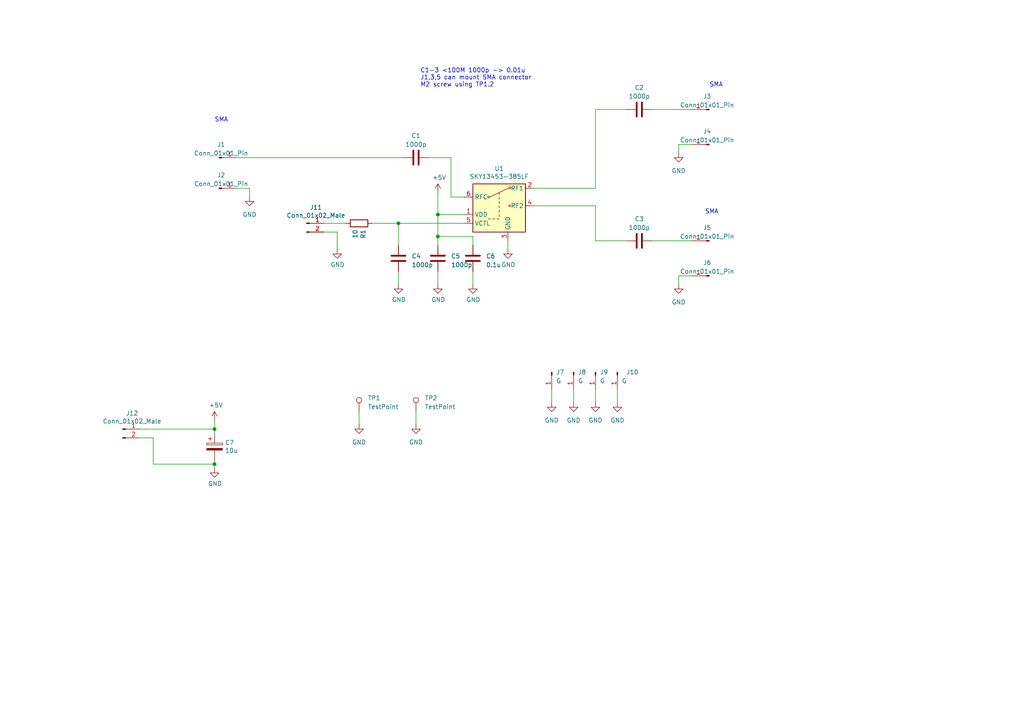
<source format=kicad_sch>
(kicad_sch (version 20230121) (generator eeschema)
  (paper "A4")
  (title_block (title "RF SW SKY13453-385LF") (company "JK1MLY"))
  (lib_symbols
    (symbol "Connector:Conn_01x01_Pin" (pin_names (offset 1.016) hide)
      (property "Reference" "J" (at 0 2.54 0))
      (property "Value" "Conn_01x01_Pin" (at 0 -2.54 0))
      (symbol "Conn_01x01_Pin_1_1"
        (polyline (pts (xy 1.27 0) (xy 0.8636 0)) (stroke (width 0.1524)))
        (rectangle (start 0.8636 0.127) (end 0 -0.127) (stroke (width 0.1524)) (fill (type outline)))
        (pin passive line (at 5.08 0 180) (length 3.81) (name "Pin_1") (number "1"))
      )
    )
    (symbol "Connector:Conn_01x02_Male" (pin_names (offset 1.016) hide)
      (property "Reference" "J" (at 0 2.54 0))
      (property "Value" "Conn_01x02_Male" (at 0 -5.08 0))
      (symbol "Conn_01x02_Male_1_1"
        (polyline (pts (xy 1.27 -2.54) (xy 0.8636 -2.54)) (stroke (width 0.1524)))
        (polyline (pts (xy 1.27 0) (xy 0.8636 0)) (stroke (width 0.1524)))
        (rectangle (start 0.8636 -2.413) (end 0 -2.667) (stroke (width 0.1524)) (fill (type outline)))
        (rectangle (start 0.8636 0.127) (end 0 -0.127) (stroke (width 0.1524)) (fill (type outline)))
        (pin passive line (at 5.08 0 180) (length 3.81) (name "Pin_1") (number "1"))
        (pin passive line (at 5.08 -2.54 180) (length 3.81) (name "Pin_2") (number "2"))
      )
    )
    (symbol "Connector:TestPoint" (pin_numbers hide) (pin_names (offset 0.762) hide)
      (property "Reference" "TP" (at 0 6.858 0))
      (property "Value" "TestPoint" (at 0 5.08 0))
      (symbol "TestPoint_0_1"
        (circle (center 0 3.302) (radius 0.762))
      )
      (symbol "TestPoint_1_1"
        (pin passive line (at 0 0 90) (length 2.54) (name "1") (number "1"))
      )
    )
    (symbol "Device:C" (pin_numbers hide) (pin_names (offset 0.254))
      (property "Reference" "C" (at 0.635 2.54 0))
      (property "Value" "C" (at 0.635 -2.54 0))
      (symbol "C_0_1"
        (polyline (pts (xy -2.032 -0.762) (xy 2.032 -0.762)) (stroke (width 0.508)))
        (polyline (pts (xy -2.032 0.762) (xy 2.032 0.762)) (stroke (width 0.508)))
      )
      (symbol "C_1_1"
        (pin passive line (at 0 3.81 270) (length 2.794) (name "~") (number "1"))
        (pin passive line (at 0 -3.81 90) (length 2.794) (name "~") (number "2"))
      )
    )
    (symbol "Device:CP" (pin_numbers hide) (pin_names (offset 0.254))
      (property "Reference" "C" (at 0.635 2.54 0))
      (property "Value" "Device_CP" (at 0.635 -2.54 0))
      (symbol "CP_0_1"
        (rectangle (start -2.286 0.508) (end 2.286 1.016))
        (polyline (pts (xy -1.778 2.286) (xy -0.762 2.286)))
        (polyline (pts (xy -1.27 2.794) (xy -1.27 1.778)))
        (rectangle (start 2.286 -0.508) (end -2.286 -1.016) (fill (type outline)))
      )
      (symbol "CP_1_1"
        (pin passive line (at 0 3.81 270) (length 2.794) (name "~") (number "1"))
        (pin passive line (at 0 -3.81 90) (length 2.794) (name "~") (number "2"))
      )
    )
    (symbol "Device:R" (pin_numbers hide) (pin_names (offset 0))
      (property "Reference" "R" (at 2.032 0 90))
      (property "Value" "R" (at 0 0 90))
      (symbol "R_0_1"
        (rectangle (start -1.016 -2.54) (end 1.016 2.54) (stroke (width 0.254)))
      )
      (symbol "R_1_1"
        (pin passive line (at 0 3.81 270) (length 1.27) (name "~") (number "1"))
        (pin passive line (at 0 -3.81 90) (length 1.27) (name "~") (number "2"))
      )
    )
    (symbol "GND_1" (power) (pin_names (offset 0))
      (property "Value" "GND_1" (at 0 -3.81 0))
      (symbol "GND_1_0_1"
        (polyline (pts (xy 0 0) (xy 0 -1.27) (xy 1.27 -1.27) (xy 0 -2.54) (xy -1.27 -1.27) (xy 0 -1.27)))
      )
      (symbol "GND_1_1_1"
        (pin power_in line (at 0 0 270) (length 0) hide (name "GND") (number "1"))
      )
    )
    (symbol "GND_10" (power) (pin_names (offset 0))
      (property "Value" "GND_10" (at 0 -3.81 0))
      (symbol "GND_10_0_1"
        (polyline (pts (xy 0 0) (xy 0 -1.27) (xy 1.27 -1.27) (xy 0 -2.54) (xy -1.27 -1.27) (xy 0 -1.27)))
      )
      (symbol "GND_10_1_1"
        (pin power_in line (at 0 0 270) (length 0) hide (name "GND") (number "1"))
      )
    )
    (symbol "GND_11" (power) (pin_names (offset 0))
      (property "Value" "GND_11" (at 0 -3.81 0))
      (symbol "GND_11_0_1"
        (polyline (pts (xy 0 0) (xy 0 -1.27) (xy 1.27 -1.27) (xy 0 -2.54) (xy -1.27 -1.27) (xy 0 -1.27)))
      )
      (symbol "GND_11_1_1"
        (pin power_in line (at 0 0 270) (length 0) hide (name "GND") (number "1"))
      )
    )
    (symbol "GND_12" (power) (pin_names (offset 0))
      (property "Value" "GND_12" (at 0 -3.81 0))
      (symbol "GND_12_0_1"
        (polyline (pts (xy 0 0) (xy 0 -1.27) (xy 1.27 -1.27) (xy 0 -2.54) (xy -1.27 -1.27) (xy 0 -1.27)))
      )
      (symbol "GND_12_1_1"
        (pin power_in line (at 0 0 270) (length 0) hide (name "GND") (number "1"))
      )
    )
    (symbol "GND_2" (power) (pin_names (offset 0))
      (property "Value" "GND_2" (at 0 -3.81 0))
      (symbol "GND_2_0_1"
        (polyline (pts (xy 0 0) (xy 0 -1.27) (xy 1.27 -1.27) (xy 0 -2.54) (xy -1.27 -1.27) (xy 0 -1.27)))
      )
      (symbol "GND_2_1_1"
        (pin power_in line (at 0 0 270) (length 0) hide (name "GND") (number "1"))
      )
    )
    (symbol "GND_3" (power) (pin_names (offset 0))
      (property "Value" "GND_3" (at 0 -3.81 0))
      (symbol "GND_3_0_1"
        (polyline (pts (xy 0 0) (xy 0 -1.27) (xy 1.27 -1.27) (xy 0 -2.54) (xy -1.27 -1.27) (xy 0 -1.27)))
      )
      (symbol "GND_3_1_1"
        (pin power_in line (at 0 0 270) (length 0) hide (name "GND") (number "1"))
      )
    )
    (symbol "GND_4" (power) (pin_names (offset 0))
      (property "Value" "GND_4" (at 0 -3.81 0))
      (symbol "GND_4_0_1"
        (polyline (pts (xy 0 0) (xy 0 -1.27) (xy 1.27 -1.27) (xy 0 -2.54) (xy -1.27 -1.27) (xy 0 -1.27)))
      )
      (symbol "GND_4_1_1"
        (pin power_in line (at 0 0 270) (length 0) hide (name "GND") (number "1"))
      )
    )
    (symbol "GND_8" (power) (pin_names (offset 0))
      (property "Value" "GND_8" (at 0 -3.81 0))
      (symbol "GND_8_0_1"
        (polyline (pts (xy 0 0) (xy 0 -1.27) (xy 1.27 -1.27) (xy 0 -2.54) (xy -1.27 -1.27) (xy 0 -1.27)))
      )
      (symbol "GND_8_1_1"
        (pin power_in line (at 0 0 270) (length 0) hide (name "GND") (number "1"))
      )
    )
    (symbol "RF_Switch:SKY13453-385LF"
      (property "Reference" "U" (at -7.62 7.62 0))
      (property "Value" "RF_Switch_SKY13453-385LF" (at 3.81 7.62 0))
      (symbol "SKY13453-385LF_0_1"
        (circle (center -3.048 2.54) (radius 0.2794))
        (polyline (pts (xy -3.175 -3.81) (xy -2.54 -3.81)))
        (polyline (pts (xy -2.794 2.54) (xy 2.921 5.207)))
        (polyline (pts (xy -1.905 -3.81) (xy -1.27 -3.81)))
        (polyline (pts (xy -0.635 -3.81) (xy 0 -3.81)))
        (polyline (pts (xy 0 -3.175) (xy 0 -2.54)))
        (polyline (pts (xy 0 -1.905) (xy 0 -1.27)))
        (polyline (pts (xy 0 -0.635) (xy 0 0)))
        (polyline (pts (xy 0 0.635) (xy 0 1.27)))
        (polyline (pts (xy 0 1.905) (xy 0 2.54)))
        (polyline (pts (xy 0 3.175) (xy 0 3.81)))
        (circle (center 3.048 0) (radius 0.2794))
        (circle (center 3.175 5.207) (radius 0.2794))
        (rectangle (start 7.62 -7.62) (end -7.62 6.35) (stroke (width 0.254)) (fill (type background)))
      )
      (symbol "SKY13453-385LF_1_1"
        (pin power_in line (at -10.16 -2.54 0) (length 2.54) (name "VDD") (number "1"))
        (pin passive line (at 10.16 5.08 180) (length 2.54) (name "RF1") (number "2"))
        (pin power_in line (at 2.54 -10.16 90) (length 2.54) (name "GND") (number "3"))
        (pin passive line (at 10.16 0 180) (length 2.54) (name "RF2") (number "4"))
        (pin input line (at -10.16 -5.08 0) (length 2.54) (name "VCTL") (number "5"))
        (pin passive line (at -10.16 2.54 0) (length 2.54) (name "RFC") (number "6"))
      )
    )
    (symbol "power:+5V" (power) (pin_names (offset 0))
      (property "Value" "+5V" (at 0 3.556 0))
      (symbol "+5V_0_1"
        (polyline (pts (xy -0.762 1.27) (xy 0 2.54)))
        (polyline (pts (xy 0 0) (xy 0 2.54)))
        (polyline (pts (xy 0 2.54) (xy 0.762 1.27)))
      )
      (symbol "+5V_1_1"
        (pin power_in line (at 0 0 90) (length 0) hide (name "+5V") (number "1"))
      )
    )
    (symbol "power:GND" (power) (pin_names (offset 0))
      (property "Value" "GND" (at 0 -3.81 0))
      (symbol "GND_0_1"
        (polyline (pts (xy 0 0) (xy 0 -1.27) (xy 1.27 -1.27) (xy 0 -2.54) (xy -1.27 -1.27) (xy 0 -1.27)))
      )
      (symbol "GND_1_1"
        (pin power_in line (at 0 0 270) (length 0) hide (name "GND") (number "1"))
      )
    )
  )
  (junction (at 127 68.58))
  (junction (at 62.23 124.46))
  (junction (at 127 62.23))
  (junction (at 62.23 134.62))
  (junction (at 115.57 64.77))
  (wire (pts (xy 127 78.74) (xy 127 82.55)))
  (wire (pts (xy 93.98 67.31) (xy 97.79 67.31)))
  (wire (pts (xy 62.23 133.35) (xy 62.23 134.62)))
  (wire (pts (xy 196.85 41.91) (xy 200.66 41.91)))
  (wire (pts (xy 160.02 113.03) (xy 160.02 116.84)))
  (wire (pts (xy 68.58 45.72) (xy 116.84 45.72)))
  (wire (pts (xy 115.57 78.74) (xy 115.57 82.55)))
  (wire (pts (xy 130.81 45.72) (xy 124.46 45.72)))
  (wire (pts (xy 93.98 64.77) (xy 100.33 64.77)))
  (wire (pts (xy 154.94 59.69) (xy 172.72 59.69)))
  (wire (pts (xy 104.14 119.38) (xy 104.14 123.19)))
  (wire (pts (xy 137.16 68.58) (xy 127 68.58)))
  (wire (pts (xy 127 62.23) (xy 134.62 62.23)))
  (wire (pts (xy 62.23 121.92) (xy 62.23 124.46)))
  (wire (pts (xy 97.79 67.31) (xy 97.79 72.39)))
  (wire (pts (xy 120.65 119.38) (xy 120.65 123.19)))
  (wire (pts (xy 137.16 78.74) (xy 137.16 82.55)))
  (wire (pts (xy 62.23 134.62) (xy 62.23 135.89)))
  (wire (pts (xy 40.64 124.46) (xy 62.23 124.46)))
  (wire (pts (xy 196.85 82.55) (xy 196.85 80.01)))
  (wire (pts (xy 166.37 113.03) (xy 166.37 116.84)))
  (wire (pts (xy 62.23 124.46) (xy 62.23 125.73)))
  (wire (pts (xy 40.64 127) (xy 44.45 127)))
  (wire (pts (xy 189.23 69.85) (xy 200.66 69.85)))
  (wire (pts (xy 44.45 134.62) (xy 62.23 134.62)))
  (wire (pts (xy 196.85 80.01) (xy 200.66 80.01)))
  (wire (pts (xy 127 68.58) (xy 127 71.12)))
  (wire (pts (xy 172.72 31.75) (xy 181.61 31.75)))
  (wire (pts (xy 130.81 45.72) (xy 130.81 57.15)))
  (wire (pts (xy 127 62.23) (xy 127 68.58)))
  (wire (pts (xy 179.07 113.03) (xy 179.07 116.84)))
  (wire (pts (xy 172.72 69.85) (xy 181.61 69.85)))
  (wire (pts (xy 130.81 57.15) (xy 134.62 57.15)))
  (wire (pts (xy 134.62 64.77) (xy 115.57 64.77)))
  (wire (pts (xy 107.95 64.77) (xy 115.57 64.77)))
  (wire (pts (xy 172.72 113.03) (xy 172.72 116.84)))
  (wire (pts (xy 196.85 44.45) (xy 196.85 41.91)))
  (wire (pts (xy 137.16 71.12) (xy 137.16 68.58)))
  (wire (pts (xy 147.32 69.85) (xy 147.32 72.39)))
  (wire (pts (xy 72.39 54.61) (xy 68.58 54.61)))
  (wire (pts (xy 127 55.88) (xy 127 62.23)))
  (wire (pts (xy 115.57 71.12) (xy 115.57 64.77)))
  (wire (pts (xy 189.23 31.75) (xy 200.66 31.75)))
  (wire (pts (xy 154.94 54.61) (xy 172.72 54.61)))
  (wire (pts (xy 172.72 59.69) (xy 172.72 69.85)))
  (wire (pts (xy 172.72 54.61) (xy 172.72 31.75)))
  (wire (pts (xy 44.45 127) (xy 44.45 134.62)))
  (wire (pts (xy 72.39 57.15) (xy 72.39 54.61)))
  (text "SMA" (at 62.23 35.56 0) (effects (font (size 1.27 1.27)) (justify left bottom)))
  (text "C1-3 <100M 1000p -> 0.01u\nJ1,3,5 can mount SMA connector\nM2 screw using TP1,2\n" (at 121.92 25.4 0) (effects (font (size 1.27 1.27)) (justify left bottom)))
  (text "SMA" (at 205.74 25.4 0) (effects (font (size 1.27 1.27)) (justify left bottom)))
  (text "SMA" (at 204.47 62.23 0) (effects (font (size 1.27 1.27)) (justify left bottom)))
  (symbol (lib_id "RF_Switch:SKY13453-385LF") (at 144.78 59.69 0) (unit 1)
    (property "Reference" "U1" (at 144.78 48.895 0))
    (property "Value" "SKY13453-385LF" (at 144.78 51.2064 0))
    (property "Footprint" "UserLib:QFN6_1x1mm" (effects hide))
    (property "Datasheet" "I-16726" (effects hide))
  )
  (symbol (lib_id "power:GND") (at 147.32 72.39 0) (unit 1)
    (property "Reference" "#PWR016" (effects hide))
    (property "Value" "GND" (at 147.447 76.7842 0))
  )
  (symbol (lib_id "power:GND") (at 137.16 82.55 0) (unit 1)
    (property "Reference" "#PWR0104" (effects hide))
    (property "Value" "GND" (at 137.287 86.9442 0))
  )
  (symbol (lib_id "Device:R") (at 104.14 64.77 270) (unit 1)
    (property "Reference" "R1" (at 105.3084 66.548 0) (effects (justify left)))
    (property "Value" "10" (at 102.997 66.548 0) (effects (justify left)))
    (property "Footprint" "Resistor_THT:R_Axial_DIN0207_L6.3mm_D2.5mm_P2.54mm_Vertical" (effects hide))
  )
  (symbol (lib_id "power:GND") (at 127 82.55 0) (unit 1)
    (property "Reference" "#PWR0101" (effects hide))
    (property "Value" "GND" (at 127.127 86.9442 0))
  )
  (symbol (lib_id "power:GND") (at 115.57 82.55 0) (unit 1)
    (property "Reference" "#PWR08" (effects hide))
    (property "Value" "GND" (at 115.697 86.9442 0))
  )
  (symbol (lib_id "power:+5V") (at 127 55.88 0) (unit 1)
    (property "Reference" "#PWR0102" (effects hide))
    (property "Value" "+5V" (at 127.381 51.4858 0))
  )
  (symbol (lib_id "Connector:Conn_01x02_Male") (at 35.56 124.46 0) (unit 1)
    (property "Reference" "J12" (at 38.3032 119.8626 0))
    (property "Value" "Conn_01x02_Male" (at 38.3032 122.174 0))
    (property "Footprint" "digikey-footprints:PinHeader_1x2_P2.54mm" (effects hide))
    (property "Datasheet" "C-08593" (effects hide))
  )
  (symbol (lib_id "power:+5V") (at 62.23 121.92 0) (unit 1)
    (property "Reference" "#PWR06" (effects hide))
    (property "Value" "+5V" (at 62.611 117.5258 0))
  )
  (symbol (lib_id "power:GND") (at 62.23 135.89 0) (unit 1)
    (property "Reference" "#PWR07" (effects hide))
    (property "Value" "GND" (at 62.357 140.2842 0))
  )
  (symbol (lib_id "Device:CP") (at 62.23 129.54 0) (unit 1)
    (property "Reference" "C7" (at 65.2272 128.3716 0) (effects (justify left)))
    (property "Value" "10u" (at 65.2272 130.683 0) (effects (justify left)))
    (property "Footprint" "Capacitor_THT:CP_Radial_D4.0mm_P1.50mm" (effects hide))
  )
  (symbol (lib_id "Device:C") (at 185.42 31.75 270) (unit 1)
    (property "Reference" "C2" (at 185.42 25.4 90))
    (property "Value" "1000p" (at 185.42 27.94 90))
    (property "Footprint" "Capacitor_THT:C_Disc_D3.0mm_W2.0mm_P2.50mm" (effects hide))
  )
  (symbol (lib_name "GND_10") (lib_id "power:GND") (at 172.72 116.84 0) (unit 1)
    (property "Reference" "#PWR09" (effects hide))
    (property "Value" "GND" (at 172.72 121.92 0))
  )
  (symbol (lib_id "Device:C") (at 185.42 69.85 90) (unit 1)
    (property "Reference" "C3" (at 185.42 63.5 90))
    (property "Value" "1000p" (at 185.42 66.04 90))
    (property "Footprint" "Capacitor_THT:C_Disc_D3.0mm_W2.0mm_P2.50mm" (effects hide))
  )
  (symbol (lib_id "Connector:Conn_01x01_Pin") (at 179.07 107.95 270) (unit 1)
    (property "Reference" "J10" (at 181.61 107.95 90) (effects (justify left)))
    (property "Value" "G" (at 180.34 110.49 90) (effects (justify left)))
    (property "Footprint" "usr-Library:PinHeader_1x01" (effects hide))
  )
  (symbol (lib_name "GND_11") (lib_id "power:GND") (at 104.14 123.19 0) (unit 1)
    (property "Reference" "#PWR03" (effects hide))
    (property "Value" "GND" (at 104.14 128.27 0))
  )
  (symbol (lib_name "GND_8") (lib_id "power:GND") (at 72.39 57.15 0) (unit 1)
    (property "Reference" "#PWR01" (effects hide))
    (property "Value" "GND" (at 72.39 62.23 0))
  )
  (symbol (lib_id "Connector:Conn_01x01_Pin") (at 172.72 107.95 270) (unit 1)
    (property "Reference" "J9" (at 173.99 107.95 90) (effects (justify left)))
    (property "Value" "G" (at 173.99 110.49 90) (effects (justify left)))
    (property "Footprint" "usr-Library:PinHeader_1x01" (effects hide))
  )
  (symbol (lib_name "GND_4") (lib_id "power:GND") (at 196.85 44.45 0) (unit 1)
    (property "Reference" "#PWR0106" (effects hide))
    (property "Value" "GND" (at 196.85 49.53 0))
  )
  (symbol (lib_id "Connector:TestPoint") (at 104.14 119.38 0) (unit 1)
    (property "Reference" "TP1" (at 106.68 115.443 0) (effects (justify left)))
    (property "Value" "TestPoint" (at 106.68 117.983 0) (effects (justify left)))
    (property "Footprint" "MountingHole:MountingHole_2.5mm_Pad" (effects hide))
  )
  (symbol (lib_id "Connector:Conn_01x02_Male") (at 88.9 64.77 0) (unit 1)
    (property "Reference" "J11" (at 91.6432 60.1726 0))
    (property "Value" "Conn_01x02_Male" (at 91.6432 62.484 0))
    (property "Footprint" "digikey-footprints:PinHeader_1x2_P2.54mm" (effects hide))
    (property "Datasheet" "C-08593" (effects hide))
  )
  (symbol (lib_id "Device:C") (at 115.57 74.93 0) (unit 1)
    (property "Reference" "C4" (at 119.38 74.295 0) (effects (justify left)))
    (property "Value" "1000p" (at 119.38 76.835 0) (effects (justify left)))
    (property "Footprint" "Capacitor_THT:C_Disc_D3.0mm_W2.0mm_P2.50mm" (effects hide))
  )
  (symbol (lib_id "power:GND") (at 97.79 72.39 0) (unit 1)
    (property "Reference" "#PWR02" (effects hide))
    (property "Value" "GND" (at 97.917 76.7842 0))
  )
  (symbol (lib_id "Connector:Conn_01x01_Pin") (at 63.5 45.72 0) (unit 1)
    (property "Reference" "J1" (at 64.135 41.91 0))
    (property "Value" "Conn_01x01_Pin" (at 64.135 44.45 0))
    (property "Footprint" "usr-Library:PinHeader_1x01" (effects hide))
    (property "Datasheet" "C-13195" (effects hide))
  )
  (symbol (lib_name "GND_4") (lib_id "power:GND") (at 196.85 82.55 0) (unit 1)
    (property "Reference" "#PWR013" (effects hide))
    (property "Value" "GND" (at 196.85 87.63 0))
  )
  (symbol (lib_id "Connector:TestPoint") (at 120.65 119.38 0) (unit 1)
    (property "Reference" "TP2" (at 123.19 115.443 0) (effects (justify left)))
    (property "Value" "TestPoint" (at 123.19 117.983 0) (effects (justify left)))
    (property "Footprint" "MountingHole:MountingHole_2.5mm_Pad" (effects hide))
  )
  (symbol (lib_id "Connector:Conn_01x01_Pin") (at 166.37 107.95 270) (unit 1)
    (property "Reference" "J8" (at 167.64 107.95 90) (effects (justify left)))
    (property "Value" "G" (at 167.64 110.49 90) (effects (justify left)))
    (property "Footprint" "usr-Library:PinHeader_1x01" (effects hide))
  )
  (symbol (lib_id "Device:C") (at 137.16 74.93 0) (unit 1)
    (property "Reference" "C6" (at 140.97 74.295 0) (effects (justify left)))
    (property "Value" "0.1u" (at 140.97 76.835 0) (effects (justify left)))
    (property "Footprint" "Capacitor_THT:C_Disc_D3.0mm_W2.0mm_P2.50mm" (effects hide))
  )
  (symbol (lib_id "Connector:Conn_01x01_Pin") (at 160.02 107.95 270) (unit 1)
    (property "Reference" "J7" (at 161.29 107.95 90) (effects (justify left)))
    (property "Value" "G" (at 161.29 110.49 90) (effects (justify left)))
    (property "Footprint" "usr-Library:PinHeader_1x01" (effects hide))
  )
  (symbol (lib_id "Device:C") (at 127 74.93 0) (unit 1)
    (property "Reference" "C5" (at 130.81 74.295 0) (effects (justify left)))
    (property "Value" "1000p" (at 130.81 76.835 0) (effects (justify left)))
    (property "Footprint" "Capacitor_THT:C_Disc_D3.0mm_W2.0mm_P2.50mm" (effects hide))
  )
  (symbol (lib_id "Connector:Conn_01x01_Pin") (at 205.74 31.75 0) (mirror y) (unit 1)
    (property "Reference" "J3" (at 205.105 27.94 0))
    (property "Value" "Conn_01x01_Pin" (at 205.105 30.48 0))
    (property "Footprint" "usr-Library:PinHeader_1x01" (effects hide))
  )
  (symbol (lib_id "Connector:Conn_01x01_Pin") (at 205.74 80.01 0) (mirror y) (unit 1)
    (property "Reference" "J6" (at 205.105 76.2 0))
    (property "Value" "Conn_01x01_Pin" (at 205.105 78.74 0))
    (property "Footprint" "usr-Library:PinHeader_1x01" (effects hide))
  )
  (symbol (lib_name "GND_2") (lib_id "power:GND") (at 166.37 116.84 0) (unit 1)
    (property "Reference" "#PWR012" (effects hide))
    (property "Value" "GND" (at 166.37 121.92 0))
  )
  (symbol (lib_name "GND_1") (lib_id "power:GND") (at 160.02 116.84 0) (unit 1)
    (property "Reference" "#PWR011" (effects hide))
    (property "Value" "GND" (at 160.02 121.92 0))
  )
  (symbol (lib_id "Connector:Conn_01x01_Pin") (at 205.74 41.91 0) (mirror y) (unit 1)
    (property "Reference" "J4" (at 205.105 38.1 0))
    (property "Value" "Conn_01x01_Pin" (at 205.105 40.64 0))
    (property "Footprint" "usr-Library:PinHeader_1x01" (effects hide))
  )
  (symbol (lib_id "Device:C") (at 120.65 45.72 90) (unit 1)
    (property "Reference" "C1" (at 120.65 39.37 90))
    (property "Value" "1000p" (at 120.65 41.91 90))
    (property "Footprint" "Capacitor_THT:C_Disc_D3.0mm_W2.0mm_P2.50mm" (effects hide))
  )
  (symbol (lib_id "Connector:Conn_01x01_Pin") (at 205.74 69.85 0) (mirror y) (unit 1)
    (property "Reference" "J5" (at 205.105 66.04 0))
    (property "Value" "Conn_01x01_Pin" (at 205.105 68.58 0))
    (property "Footprint" "usr-Library:PinHeader_1x01" (effects hide))
    (property "Datasheet" "C-13195" (effects hide))
  )
  (symbol (lib_name "GND_3") (lib_id "power:GND") (at 179.07 116.84 0) (unit 1)
    (property "Reference" "#PWR010" (effects hide))
    (property "Value" "GND" (at 179.07 121.92 0))
  )
  (symbol (lib_id "Connector:Conn_01x01_Pin") (at 63.5 54.61 0) (unit 1)
    (property "Reference" "J2" (at 64.135 50.8 0))
    (property "Value" "Conn_01x01_Pin" (at 64.135 53.34 0))
    (property "Footprint" "usr-Library:PinHeader_1x01" (effects hide))
  )
  (symbol (lib_name "GND_12") (lib_id "power:GND") (at 120.65 123.19 0) (unit 1)
    (property "Reference" "#PWR04" (effects hide))
    (property "Value" "GND" (at 120.65 128.27 0))
  )
)
</source>
